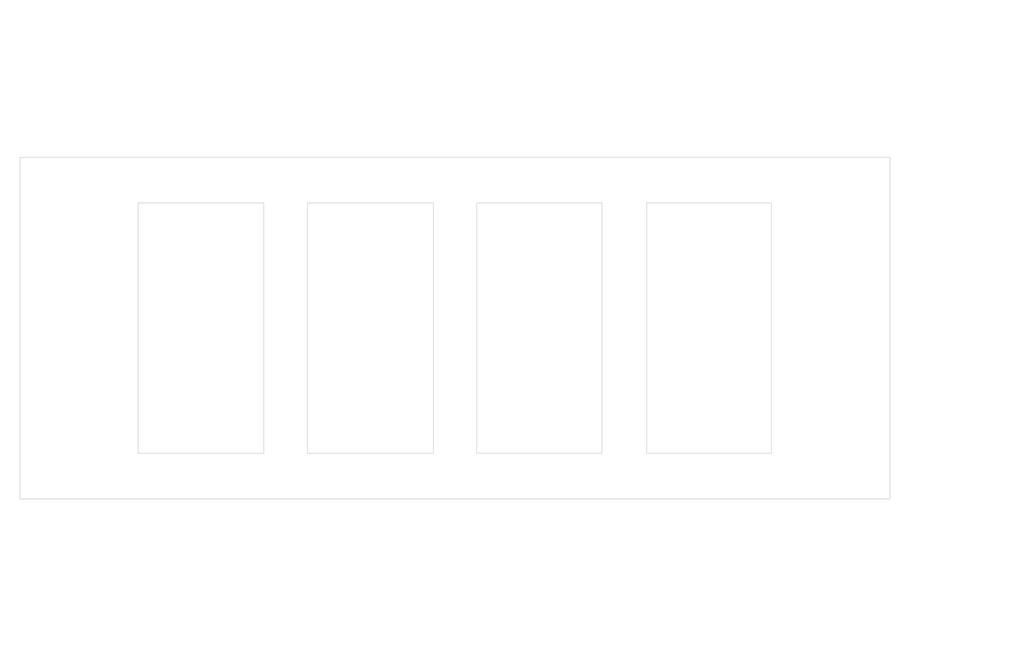
<source format=kicad_pcb>
(kicad_pcb (version 20240108) (generator "pcbnew") (generator_version "8.0")
  (layers (0 "F.Cu" signal "Dessus.Cu") (31 "B.Cu" signal "Dessous.Cu") (34 "B.Paste" user "Dessous.Pate") (35 "F.Paste" user "Dessus.Pate") (36 "B.SilkS" user "Dessous.SilkS") (37 "F.SilkS" user "Dessus.SilkS") (38 "B.Mask" user "Dessous.Masque") (39 "F.Mask" user "Dessus.Masque") (44 "Edge.Cuts" user "Contours.Ci"))
  (net 0 "")
  (footprint "MountingHole:MountingHole_3mm" (layer "F.Cu") (at 150.2 224.25)
    (property "Reference" "H11" (hide yes))
    (property "Value" "MountingHole")
    (pad "" np_thru_hole circle (at 0 0) (size 3 3) (drill 3) (layers "*.Cu" "*.Mask"))
  )
  (footprint "MountingHole:MountingHole_3mm" (layer "F.Cu") (at 100.2 224.25)
    (property "Reference" "H11" (hide yes))
    (property "Value" "MountingHole")
    (pad "" np_thru_hole circle (at 0 0) (size 3 3) (drill 3) (layers "*.Cu" "*.Mask"))
  )
  (footprint "MountingHole:MountingHole_3mm" (layer "F.Cu") (at 186.5 229.5)
    (property "Reference" "H13" (hide yes))
    (property "Value" "MountingHole")
    (pad "" np_thru_hole oval (at 0 0) (size 3.2 4) (drill oval 3.2 4) (layers "F&B.Cu" "*.Mask"))
  )
  (footprint "MountingHole:MountingHole_3mm" (layer "F.Cu") (at 100.2 199.25)
    (property "Reference" "H11" (hide yes))
    (property "Value" "MountingHole")
    (pad "" np_thru_hole circle (at 0 0) (size 3 3) (drill 3) (layers "*.Cu" "*.Mask"))
  )
  (footprint "" (layer "F.Cu") (at 171.7 233.25)
    (property "Reference" "" (at 0 0 0) (layer "F.SilkS") (effects (font (size 1.27 1.27))))
    (property "Value" "")
    (pad "" np_thru_hole circle (at 0 0) (size 3 3) (drill 3) (layers "F&B.Cu" "*.Mask"))
  )
  (footprint "MountingHole:MountingHole_3mm" (layer "F.Cu") (at 64 229.5)
    (property "Reference" "H13" (hide yes))
    (property "Value" "MountingHole")
    (pad "" np_thru_hole oval (at 0 0) (size 3.2 4) (drill oval 3.2 4) (layers "*.Cu" "*.Mask"))
  )
  (footprint "MountingHole:MountingHole_3mm" (layer "F.Cu") (at 78.7 190.25)
    (property "Reference" "H11" (hide yes))
    (property "Value" "MountingHole")
    (pad "" np_thru_hole circle (at 0 0) (size 3 3) (drill 3) (layers "*.Cu" "*.Mask"))
  )
  (footprint "MountingHole:MountingHole_3mm" (layer "F.Cu") (at 78.7 233.25)
    (property "Reference" "H11" (hide yes))
    (property "Value" "MountingHole")
    (pad "" np_thru_hole circle (at 0 0) (size 3 3) (drill 3) (layers "*.Cu" "*.Mask"))
  )
  (footprint "" (layer "F.Cu") (at 100.2 224.25)
    (property "Reference" "" (at 0 0 0) (layer "F.SilkS") (effects (font (size 1.27 1.27))))
    (property "Value" "")
    (pad "" np_thru_hole circle (at 0 0) (size 3 3) (drill 3) (layers "F&B.Cu" "*.Mask"))
  )
  (footprint "MountingHole:MountingHole_3mm" (layer "F.Cu") (at 171.7 233.25)
    (property "Reference" "H11" (hide yes))
    (property "Value" "MountingHole")
    (pad "" np_thru_hole circle (at 0 0) (size 3 3) (drill 3) (layers "*.Cu" "*.Mask"))
  )
  (footprint "MountingHole:MountingHole_3mm" (layer "F.Cu") (at 171.7 190.25)
    (property "Reference" "H11" (hide yes))
    (property "Value" "MountingHole")
    (pad "" np_thru_hole circle (at 0 0) (size 3 3) (drill 3) (layers "*.Cu" "*.Mask"))
  )
  (footprint "MountingHole:MountingHole_3mm" (layer "F.Cu") (at 186.5 194)
    (property "Reference" "H13" (hide yes))
    (property "Value" "MountingHole")
    (pad "" np_thru_hole oval (at 0 0) (size 3.2 4) (drill oval 3.2 4) (layers "F&B.Cu" "*.Mask"))
  )
  (footprint "MountingHole:MountingHole_3mm" (layer "F.Cu") (at 64 194)
    (property "Reference" "H13" (hide yes))
    (property "Value" "MountingHole")
    (pad "" np_thru_hole oval (at 0 0) (size 3.2 4) (drill oval 3.2 4) (layers "*.Cu" "*.Mask"))
  )
  (footprint "MountingHole:MountingHole_3mm" (layer "F.Cu") (at 150.2 199.25)
    (property "Reference" "H11" (hide yes))
    (property "Value" "MountingHole")
    (pad "" np_thru_hole circle (at 0 0) (size 3 3) (drill 3) (layers "*.Cu" "*.Mask"))
  )
  (footprint "" (layer "F.Cu") (at 100.2 199.25)
    (property "Reference" "" (at 0 0 0) (layer "F.SilkS") (effects (font (size 1.27 1.27))))
    (property "Value" "")
    (pad "" np_thru_hole circle (at 0 0) (size 3 3) (drill 3) (layers "F&B.Cu" "*.Mask"))
  )
  (gr_rect (start 128.45 193.25) (end 146.95 230.25) (stroke (width 0.1)) (fill none) (layer "Edge.Cuts"))
  (gr_rect (start 78.45 193.25) (end 97 230.25) (stroke (width 0.1)) (fill none) (layer "Edge.Cuts"))
  (gr_rect (start 153.55 193.25) (end 171.95 230.25) (stroke (width 0.1)) (fill none) (layer "Edge.Cuts"))
  (gr_poly (pts (xy 189.5 237) (xy 61 237) (xy 61 186.5) (xy 189.5 186.5)) (stroke (width 0.1)) (fill none) (layer "Edge.Cuts"))
  (gr_rect (start 103.45 193.25) (end 122.05 230.25) (stroke (width 0.1)) (fill none) (layer "Edge.Cuts"))
)
</source>
